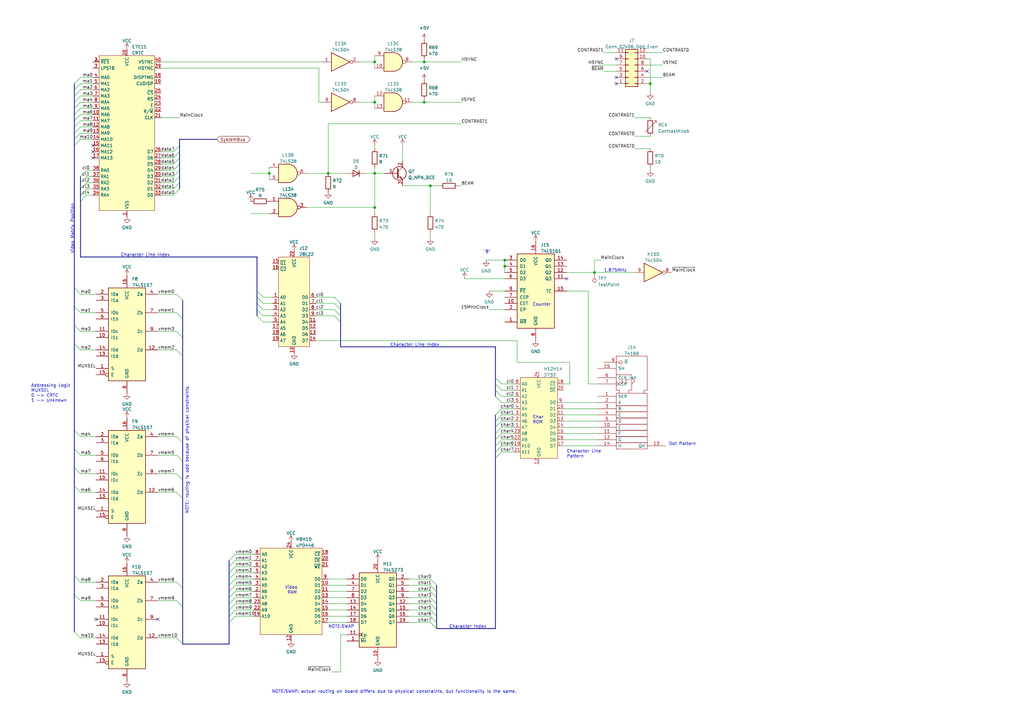
<source format=kicad_sch>
(kicad_sch (version 20211123) (generator eeschema)
  (paper "A3")
  (title_block (title "Video Generation") (date "2022-05-29") (rev "05") (comment 1 "retrofficina.glgprograms.it"))
  (junction (at 153.67 71.12))
  (junction (at 153.67 85.09))
  (junction (at 207.01 109.22))
  (junction (at 153.67 41.91))
  (junction (at 173.99 25.4))
  (junction (at 134.62 71.12))
  (junction (at 243.84 111.76))
  (junction (at 110.49 71.12))
  (junction (at 176.53 76.2))
  (junction (at 173.99 41.91))
  (junction (at 207.01 106.68))
  (junction (at 266.7 34.29))
  (junction (at 153.67 25.4))
  (no_connect (at 252.73 24.13))
  (no_connect (at 252.73 31.75))
  (no_connect (at 252.73 34.29))
  (no_connect (at 265.43 29.21))
  (no_connect (at 38.1 64.77))
  (no_connect (at 232.41 114.3))
  (no_connect (at 38.1 62.23))
  (no_connect (at 38.1 59.69))
  (no_connect (at 64.77 254))
  (no_connect (at 39.37 254))
  (bus_entry (at 93.98 240.03) (size 2.54 -2.54))
  (bus_entry (at 93.98 237.49) (size 2.54 -2.54))
  (bus_entry (at 93.98 242.57) (size 2.54 -2.54))
  (bus_entry (at 93.98 245.11) (size 2.54 -2.54))
  (bus_entry (at 93.98 255.27) (size 2.54 -2.54))
  (bus_entry (at 93.98 250.19) (size 2.54 -2.54))
  (bus_entry (at 93.98 252.73) (size 2.54 -2.54))
  (bus_entry (at 93.98 247.65) (size 2.54 -2.54))
  (bus_entry (at 93.98 232.41) (size 2.54 -2.54))
  (bus_entry (at 93.98 229.87) (size 2.54 -2.54))
  (bus_entry (at 93.98 234.95) (size 2.54 -2.54))
  (bus_entry (at 137.16 121.92) (size 2.54 2.54))
  (bus_entry (at 137.16 124.46) (size 2.54 2.54))
  (bus_entry (at 137.16 127) (size 2.54 2.54))
  (bus_entry (at 137.16 129.54) (size 2.54 2.54))
  (bus_entry (at 30.48 36.83) (size 2.54 -2.54))
  (bus_entry (at 30.48 34.29) (size 2.54 -2.54))
  (bus_entry (at 30.48 39.37) (size 2.54 -2.54))
  (bus_entry (at 33.02 74.93) (size 2.54 -2.54))
  (bus_entry (at 33.02 72.39) (size 2.54 -2.54))
  (bus_entry (at 33.02 80.01) (size 2.54 -2.54))
  (bus_entry (at 33.02 77.47) (size 2.54 -2.54))
  (bus_entry (at 72.39 128.27) (size 2.54 2.54))
  (bus_entry (at 72.39 120.65) (size 2.54 2.54))
  (bus_entry (at 72.39 135.89) (size 2.54 2.54))
  (bus_entry (at 72.39 143.51) (size 2.54 2.54))
  (bus_entry (at 72.39 238.76) (size 2.54 2.54))
  (bus_entry (at 72.39 246.38) (size 2.54 2.54))
  (bus_entry (at 72.39 261.62) (size 2.54 2.54))
  (bus_entry (at 72.39 194.31) (size 2.54 2.54))
  (bus_entry (at 72.39 201.93) (size 2.54 2.54))
  (bus_entry (at 72.39 186.69) (size 2.54 2.54))
  (bus_entry (at 72.39 179.07) (size 2.54 2.54))
  (bus_entry (at 203.2 154.94) (size 2.54 2.54))
  (bus_entry (at 203.2 157.48) (size 2.54 2.54))
  (bus_entry (at 203.2 160.02) (size 2.54 2.54))
  (bus_entry (at 203.2 162.56) (size 2.54 2.54))
  (bus_entry (at 105.41 124.46) (size 2.54 2.54))
  (bus_entry (at 105.41 127) (size 2.54 2.54))
  (bus_entry (at 105.41 119.38) (size 2.54 2.54))
  (bus_entry (at 105.41 121.92) (size 2.54 2.54))
  (bus_entry (at 105.41 129.54) (size 2.54 2.54))
  (bus_entry (at 30.48 54.61) (size 2.54 -2.54))
  (bus_entry (at 30.48 57.15) (size 2.54 -2.54))
  (bus_entry (at 30.48 59.69) (size 2.54 -2.54))
  (bus_entry (at 30.48 52.07) (size 2.54 -2.54))
  (bus_entry (at 30.48 41.91) (size 2.54 -2.54))
  (bus_entry (at 30.48 49.53) (size 2.54 -2.54))
  (bus_entry (at 30.48 46.99) (size 2.54 -2.54))
  (bus_entry (at 30.48 44.45) (size 2.54 -2.54))
  (bus_entry (at 30.48 140.97) (size 2.54 2.54))
  (bus_entry (at 30.48 133.35) (size 2.54 2.54))
  (bus_entry (at 30.48 125.73) (size 2.54 2.54))
  (bus_entry (at 30.48 118.11) (size 2.54 2.54))
  (bus_entry (at 30.48 199.39) (size 2.54 2.54))
  (bus_entry (at 30.48 259.08) (size 2.54 2.54))
  (bus_entry (at 30.48 243.84) (size 2.54 2.54))
  (bus_entry (at 30.48 236.22) (size 2.54 2.54))
  (bus_entry (at 30.48 191.77) (size 2.54 2.54))
  (bus_entry (at 30.48 176.53) (size 2.54 2.54))
  (bus_entry (at 30.48 184.15) (size 2.54 2.54))
  (bus_entry (at 176.53 242.57) (size 2.54 2.54))
  (bus_entry (at 176.53 240.03) (size 2.54 2.54))
  (bus_entry (at 176.53 247.65) (size 2.54 2.54))
  (bus_entry (at 176.53 245.11) (size 2.54 2.54))
  (bus_entry (at 176.53 237.49) (size 2.54 2.54))
  (bus_entry (at 176.53 250.19) (size 2.54 2.54))
  (bus_entry (at 203.2 172.72) (size 2.54 -2.54))
  (bus_entry (at 203.2 170.18) (size 2.54 -2.54))
  (bus_entry (at 203.2 180.34) (size 2.54 -2.54))
  (bus_entry (at 203.2 175.26) (size 2.54 -2.54))
  (bus_entry (at 203.2 177.8) (size 2.54 -2.54))
  (bus_entry (at 203.2 182.88) (size 2.54 -2.54))
  (bus_entry (at 203.2 185.42) (size 2.54 -2.54))
  (bus_entry (at 203.2 187.96) (size 2.54 -2.54))
  (bus_entry (at 176.53 255.27) (size 2.54 2.54))
  (bus_entry (at 176.53 252.73) (size 2.54 2.54))
  (bus_entry (at 71.12 80.01) (size 2.54 -2.54))
  (bus_entry (at 71.12 74.93) (size 2.54 -2.54))
  (bus_entry (at 71.12 77.47) (size 2.54 -2.54))
  (bus_entry (at 71.12 72.39) (size 2.54 -2.54))
  (bus_entry (at 71.12 64.77) (size 2.54 -2.54))
  (bus_entry (at 71.12 62.23) (size 2.54 -2.54))
  (bus_entry (at 71.12 67.31) (size 2.54 -2.54))
  (bus_entry (at 71.12 69.85) (size 2.54 -2.54))
  (bus_entry (at 33.02 82.55) (size 2.54 -2.54))
  (wire (pts (xy 134.62 247.65) (xy 142.24 247.65)))
  (wire (pts (xy 243.84 111.76) (xy 260.35 111.76)))
  (wire (pts (xy 167.64 250.19) (xy 176.53 250.19)))
  (wire (pts (xy 260.35 48.26) (xy 266.7 48.26)))
  (wire (pts (xy 167.64 240.03) (xy 176.53 240.03)))
  (wire (pts (xy 265.43 34.29) (xy 266.7 34.29)))
  (wire (pts (xy 205.74 165.1) (xy 210.82 165.1)))
  (bus (pts (xy 30.48 49.53) (xy 30.48 52.07)))
  (bus (pts (xy 30.48 36.83) (xy 30.48 39.37)))
  (wire (pts (xy 33.02 46.99) (xy 38.1 46.99)))
  (wire (pts (xy 241.3 157.48) (xy 245.11 157.48)))
  (bus (pts (xy 93.98 237.49) (xy 93.98 240.03)))
  (bus (pts (xy 179.07 255.27) (xy 179.07 257.81)))
  (wire (pts (xy 176.53 76.2) (xy 180.34 76.2)))
  (bus (pts (xy 74.93 138.43) (xy 74.93 146.05)))
  (wire (pts (xy 207.01 109.22) (xy 207.01 111.76)))
  (wire (pts (xy 66.04 72.39) (xy 71.12 72.39)))
  (bus (pts (xy 93.98 234.95) (xy 93.98 237.49)))
  (wire (pts (xy 134.62 71.12) (xy 134.62 50.8)))
  (wire (pts (xy 64.77 238.76) (xy 72.39 238.76)))
  (bus (pts (xy 73.66 72.39) (xy 73.66 69.85)))
  (wire (pts (xy 102.87 87.63) (xy 110.49 87.63)))
  (wire (pts (xy 153.67 68.58) (xy 153.67 71.12)))
  (bus (pts (xy 179.07 247.65) (xy 179.07 250.19)))
  (bus (pts (xy 203.2 182.88) (xy 203.2 185.42)))
  (wire (pts (xy 33.02 52.07) (xy 38.1 52.07)))
  (bus (pts (xy 73.66 77.47) (xy 73.66 74.93)))
  (wire (pts (xy 66.04 48.26) (xy 73.66 48.26)))
  (wire (pts (xy 173.99 41.91) (xy 173.99 40.64)))
  (wire (pts (xy 200.66 119.38) (xy 207.01 119.38)))
  (bus (pts (xy 93.98 250.19) (xy 93.98 252.73)))
  (wire (pts (xy 33.02 34.29) (xy 38.1 34.29)))
  (wire (pts (xy 35.56 80.01) (xy 38.1 80.01)))
  (wire (pts (xy 176.53 95.25) (xy 176.53 97.79)))
  (bus (pts (xy 30.48 236.22) (xy 30.48 243.84)))
  (wire (pts (xy 64.77 246.38) (xy 72.39 246.38)))
  (wire (pts (xy 96.52 240.03) (xy 104.14 240.03)))
  (wire (pts (xy 33.02 135.89) (xy 39.37 135.89)))
  (wire (pts (xy 33.02 246.38) (xy 39.37 246.38)))
  (wire (pts (xy 64.77 194.31) (xy 72.39 194.31)))
  (bus (pts (xy 203.2 170.18) (xy 203.2 172.72)))
  (wire (pts (xy 107.95 121.92) (xy 111.76 121.92)))
  (wire (pts (xy 153.67 71.12) (xy 153.67 85.09)))
  (wire (pts (xy 64.77 261.62) (xy 72.39 261.62)))
  (wire (pts (xy 147.32 41.91) (xy 153.67 41.91)))
  (wire (pts (xy 142.24 260.35) (xy 139.7 260.35)))
  (wire (pts (xy 35.56 69.85) (xy 38.1 69.85)))
  (wire (pts (xy 33.02 44.45) (xy 38.1 44.45)))
  (bus (pts (xy 203.2 175.26) (xy 203.2 177.8)))
  (wire (pts (xy 64.77 179.07) (xy 72.39 179.07)))
  (bus (pts (xy 30.48 191.77) (xy 30.48 199.39)))
  (wire (pts (xy 33.02 194.31) (xy 39.37 194.31)))
  (wire (pts (xy 153.67 59.69) (xy 153.67 60.96)))
  (wire (pts (xy 66.04 67.31) (xy 71.12 67.31)))
  (wire (pts (xy 247.65 29.21) (xy 252.73 29.21)))
  (wire (pts (xy 167.64 252.73) (xy 176.53 252.73)))
  (bus (pts (xy 30.48 243.84) (xy 30.48 259.08)))
  (wire (pts (xy 265.43 31.75) (xy 271.78 31.75)))
  (wire (pts (xy 241.3 119.38) (xy 241.3 157.48)))
  (wire (pts (xy 66.04 27.94) (xy 130.81 27.94)))
  (wire (pts (xy 129.54 129.54) (xy 137.16 129.54)))
  (wire (pts (xy 173.99 25.4) (xy 189.23 25.4)))
  (wire (pts (xy 153.67 25.4) (xy 153.67 27.94)))
  (bus (pts (xy 74.93 130.81) (xy 74.93 138.43)))
  (bus (pts (xy 203.2 180.34) (xy 203.2 182.88)))
  (wire (pts (xy 66.04 64.77) (xy 71.12 64.77)))
  (wire (pts (xy 205.74 157.48) (xy 210.82 157.48)))
  (bus (pts (xy 203.2 142.24) (xy 203.2 154.94)))
  (wire (pts (xy 246.38 106.68) (xy 243.84 106.68)))
  (bus (pts (xy 30.48 39.37) (xy 30.48 41.91)))
  (wire (pts (xy 66.04 62.23) (xy 71.12 62.23)))
  (wire (pts (xy 266.7 68.58) (xy 266.7 69.85)))
  (bus (pts (xy 30.48 199.39) (xy 30.48 236.22)))
  (wire (pts (xy 167.64 245.11) (xy 176.53 245.11)))
  (wire (pts (xy 107.95 127) (xy 111.76 127)))
  (wire (pts (xy 107.95 132.08) (xy 111.76 132.08)))
  (wire (pts (xy 66.04 69.85) (xy 71.12 69.85)))
  (wire (pts (xy 205.74 182.88) (xy 210.82 182.88)))
  (bus (pts (xy 203.2 185.42) (xy 203.2 187.96)))
  (bus (pts (xy 93.98 245.11) (xy 93.98 247.65)))
  (bus (pts (xy 105.41 124.46) (xy 105.41 121.92)))
  (bus (pts (xy 30.48 184.15) (xy 30.48 191.77)))
  (wire (pts (xy 134.62 250.19) (xy 142.24 250.19)))
  (wire (pts (xy 153.67 95.25) (xy 153.67 97.79)))
  (bus (pts (xy 105.41 127) (xy 105.41 124.46)))
  (wire (pts (xy 168.91 25.4) (xy 173.99 25.4)))
  (bus (pts (xy 93.98 229.87) (xy 93.98 232.41)))
  (bus (pts (xy 203.2 157.48) (xy 203.2 160.02)))
  (bus (pts (xy 179.07 250.19) (xy 179.07 252.73)))
  (bus (pts (xy 93.98 247.65) (xy 93.98 250.19)))
  (wire (pts (xy 173.99 24.13) (xy 173.99 25.4)))
  (bus (pts (xy 73.66 64.77) (xy 73.66 62.23)))
  (wire (pts (xy 66.04 80.01) (xy 71.12 80.01)))
  (wire (pts (xy 232.41 111.76) (xy 243.84 111.76)))
  (wire (pts (xy 190.5 114.3) (xy 207.01 114.3)))
  (wire (pts (xy 231.14 180.34) (xy 245.11 180.34)))
  (wire (pts (xy 147.32 25.4) (xy 153.67 25.4)))
  (wire (pts (xy 212.09 139.7) (xy 212.09 148.59)))
  (wire (pts (xy 33.02 57.15) (xy 38.1 57.15)))
  (wire (pts (xy 96.52 234.95) (xy 104.14 234.95)))
  (wire (pts (xy 33.02 238.76) (xy 39.37 238.76)))
  (wire (pts (xy 33.02 120.65) (xy 39.37 120.65)))
  (bus (pts (xy 33.02 74.93) (xy 33.02 77.47)))
  (bus (pts (xy 74.93 248.92) (xy 74.93 264.16)))
  (bus (pts (xy 73.66 69.85) (xy 73.66 67.31)))
  (wire (pts (xy 33.02 36.83) (xy 38.1 36.83)))
  (bus (pts (xy 74.93 241.3) (xy 74.93 248.92)))
  (bus (pts (xy 93.98 242.57) (xy 93.98 245.11)))
  (bus (pts (xy 74.93 181.61) (xy 74.93 189.23)))
  (wire (pts (xy 266.7 24.13) (xy 266.7 34.29)))
  (wire (pts (xy 233.68 157.48) (xy 231.14 157.48)))
  (wire (pts (xy 205.74 177.8) (xy 210.82 177.8)))
  (bus (pts (xy 30.48 44.45) (xy 30.48 46.99)))
  (wire (pts (xy 129.54 139.7) (xy 212.09 139.7)))
  (wire (pts (xy 205.74 167.64) (xy 210.82 167.64)))
  (wire (pts (xy 167.64 242.57) (xy 176.53 242.57)))
  (bus (pts (xy 93.98 232.41) (xy 93.98 234.95)))
  (wire (pts (xy 205.74 172.72) (xy 210.82 172.72)))
  (wire (pts (xy 35.56 72.39) (xy 38.1 72.39)))
  (wire (pts (xy 33.02 54.61) (xy 38.1 54.61)))
  (wire (pts (xy 33.02 186.69) (xy 39.37 186.69)))
  (wire (pts (xy 205.74 162.56) (xy 210.82 162.56)))
  (bus (pts (xy 30.48 59.69) (xy 30.48 118.11)))
  (bus (pts (xy 30.48 34.29) (xy 30.48 36.83)))
  (bus (pts (xy 139.7 129.54) (xy 139.7 132.08)))
  (wire (pts (xy 64.77 143.51) (xy 72.39 143.51)))
  (wire (pts (xy 35.56 74.93) (xy 38.1 74.93)))
  (wire (pts (xy 66.04 77.47) (xy 71.12 77.47)))
  (bus (pts (xy 105.41 119.38) (xy 105.41 105.41)))
  (wire (pts (xy 134.62 245.11) (xy 142.24 245.11)))
  (wire (pts (xy 134.62 242.57) (xy 142.24 242.57)))
  (wire (pts (xy 231.14 165.1) (xy 245.11 165.1)))
  (wire (pts (xy 165.1 59.69) (xy 165.1 66.04)))
  (wire (pts (xy 96.52 237.49) (xy 104.14 237.49)))
  (wire (pts (xy 96.52 247.65) (xy 104.14 247.65)))
  (wire (pts (xy 33.02 41.91) (xy 38.1 41.91)))
  (wire (pts (xy 205.74 185.42) (xy 210.82 185.42)))
  (wire (pts (xy 199.39 106.68) (xy 207.01 106.68)))
  (wire (pts (xy 134.62 71.12) (xy 142.24 71.12)))
  (wire (pts (xy 64.77 128.27) (xy 72.39 128.27)))
  (wire (pts (xy 247.65 21.59) (xy 252.73 21.59)))
  (wire (pts (xy 33.02 31.75) (xy 38.1 31.75)))
  (bus (pts (xy 179.07 245.11) (xy 179.07 247.65)))
  (bus (pts (xy 105.41 105.41) (xy 33.02 105.41)))
  (wire (pts (xy 233.68 148.59) (xy 233.68 157.48)))
  (wire (pts (xy 139.7 260.35) (xy 139.7 275.59)))
  (wire (pts (xy 33.02 39.37) (xy 38.1 39.37)))
  (bus (pts (xy 203.2 187.96) (xy 203.2 257.81)))
  (wire (pts (xy 134.62 237.49) (xy 142.24 237.49)))
  (bus (pts (xy 74.93 123.19) (xy 74.93 130.81)))
  (wire (pts (xy 167.64 237.49) (xy 176.53 237.49)))
  (wire (pts (xy 134.62 240.03) (xy 142.24 240.03)))
  (wire (pts (xy 243.84 106.68) (xy 243.84 111.76)))
  (wire (pts (xy 168.91 41.91) (xy 173.99 41.91)))
  (bus (pts (xy 179.07 240.03) (xy 179.07 242.57)))
  (wire (pts (xy 129.54 121.92) (xy 137.16 121.92)))
  (bus (pts (xy 74.93 146.05) (xy 74.93 181.61)))
  (wire (pts (xy 33.02 128.27) (xy 39.37 128.27)))
  (bus (pts (xy 73.66 62.23) (xy 73.66 59.69)))
  (wire (pts (xy 187.96 76.2) (xy 189.23 76.2)))
  (wire (pts (xy 33.02 261.62) (xy 39.37 261.62)))
  (wire (pts (xy 96.52 242.57) (xy 104.14 242.57)))
  (wire (pts (xy 96.52 229.87) (xy 104.14 229.87)))
  (bus (pts (xy 73.66 59.69) (xy 73.66 57.15)))
  (bus (pts (xy 30.48 46.99) (xy 30.48 49.53)))
  (wire (pts (xy 153.67 41.91) (xy 153.67 39.37)))
  (wire (pts (xy 265.43 21.59) (xy 271.78 21.59)))
  (wire (pts (xy 176.53 87.63) (xy 176.53 76.2)))
  (bus (pts (xy 30.48 140.97) (xy 30.48 176.53)))
  (wire (pts (xy 247.65 26.67) (xy 252.73 26.67)))
  (wire (pts (xy 265.43 26.67) (xy 271.78 26.67)))
  (wire (pts (xy 129.54 124.46) (xy 137.16 124.46)))
  (bus (pts (xy 203.2 257.81) (xy 179.07 257.81)))
  (bus (pts (xy 73.66 67.31) (xy 73.66 64.77)))
  (wire (pts (xy 153.67 85.09) (xy 153.67 87.63)))
  (wire (pts (xy 139.7 275.59) (xy 135.89 275.59)))
  (bus (pts (xy 74.93 189.23) (xy 74.93 196.85)))
  (wire (pts (xy 64.77 120.65) (xy 72.39 120.65)))
  (wire (pts (xy 110.49 71.12) (xy 110.49 73.66)))
  (wire (pts (xy 149.86 71.12) (xy 153.67 71.12)))
  (bus (pts (xy 30.48 54.61) (xy 30.48 57.15)))
  (wire (pts (xy 64.77 186.69) (xy 72.39 186.69)))
  (wire (pts (xy 205.74 180.34) (xy 210.82 180.34)))
  (bus (pts (xy 30.48 176.53) (xy 30.48 184.15)))
  (bus (pts (xy 179.07 242.57) (xy 179.07 245.11)))
  (wire (pts (xy 167.64 247.65) (xy 176.53 247.65)))
  (wire (pts (xy 231.14 167.64) (xy 245.11 167.64)))
  (bus (pts (xy 33.02 82.55) (xy 33.02 105.41)))
  (wire (pts (xy 96.52 227.33) (xy 104.14 227.33)))
  (bus (pts (xy 105.41 129.54) (xy 105.41 127)))
  (bus (pts (xy 139.7 124.46) (xy 139.7 127)))
  (wire (pts (xy 64.77 135.89) (xy 72.39 135.89)))
  (wire (pts (xy 102.87 71.12) (xy 110.49 71.12)))
  (wire (pts (xy 107.95 129.54) (xy 111.76 129.54)))
  (bus (pts (xy 30.48 118.11) (xy 30.48 125.73)))
  (wire (pts (xy 167.64 255.27) (xy 176.53 255.27)))
  (wire (pts (xy 231.14 170.18) (xy 245.11 170.18)))
  (wire (pts (xy 33.02 201.93) (xy 39.37 201.93)))
  (wire (pts (xy 130.81 27.94) (xy 130.81 41.91)))
  (wire (pts (xy 231.14 177.8) (xy 245.11 177.8)))
  (bus (pts (xy 33.02 80.01) (xy 33.02 82.55)))
  (wire (pts (xy 232.41 119.38) (xy 241.3 119.38)))
  (wire (pts (xy 200.66 127) (xy 207.01 127)))
  (wire (pts (xy 107.95 124.46) (xy 111.76 124.46)))
  (bus (pts (xy 105.41 121.92) (xy 105.41 119.38)))
  (wire (pts (xy 64.77 201.93) (xy 72.39 201.93)))
  (wire (pts (xy 134.62 255.27) (xy 142.24 255.27)))
  (wire (pts (xy 125.73 71.12) (xy 134.62 71.12)))
  (wire (pts (xy 66.04 74.93) (xy 71.12 74.93)))
  (wire (pts (xy 205.74 175.26) (xy 210.82 175.26)))
  (wire (pts (xy 207.01 106.68) (xy 207.01 109.22)))
  (wire (pts (xy 153.67 25.4) (xy 153.67 22.86)))
  (wire (pts (xy 260.35 60.96) (xy 266.7 60.96)))
  (wire (pts (xy 153.67 41.91) (xy 153.67 44.45)))
  (wire (pts (xy 125.73 85.09) (xy 153.67 85.09)))
  (wire (pts (xy 212.09 148.59) (xy 233.68 148.59)))
  (bus (pts (xy 30.48 52.07) (xy 30.48 54.61)))
  (bus (pts (xy 93.98 252.73) (xy 93.98 255.27)))
  (bus (pts (xy 93.98 255.27) (xy 93.98 264.16)))
  (wire (pts (xy 33.02 143.51) (xy 39.37 143.51)))
  (bus (pts (xy 139.7 142.24) (xy 203.2 142.24)))
  (wire (pts (xy 134.62 252.73) (xy 142.24 252.73)))
  (wire (pts (xy 231.14 182.88) (xy 245.11 182.88)))
  (wire (pts (xy 265.43 24.13) (xy 266.7 24.13)))
  (wire (pts (xy 134.62 50.8) (xy 189.23 50.8)))
  (wire (pts (xy 153.67 71.12) (xy 157.48 71.12)))
  (wire (pts (xy 96.52 250.19) (xy 104.14 250.19)))
  (bus (pts (xy 30.48 125.73) (xy 30.48 133.35)))
  (wire (pts (xy 96.52 232.41) (xy 104.14 232.41)))
  (bus (pts (xy 203.2 160.02) (xy 203.2 162.56)))
  (bus (pts (xy 73.66 57.15) (xy 88.9 57.15)))
  (bus (pts (xy 33.02 77.47) (xy 33.02 80.01)))
  (bus (pts (xy 203.2 177.8) (xy 203.2 180.34)))
  (bus (pts (xy 179.07 252.73) (xy 179.07 255.27)))
  (wire (pts (xy 205.74 160.02) (xy 210.82 160.02)))
  (bus (pts (xy 30.48 133.35) (xy 30.48 140.97)))
  (bus (pts (xy 33.02 72.39) (xy 33.02 74.93)))
  (wire (pts (xy 231.14 172.72) (xy 245.11 172.72)))
  (bus (pts (xy 93.98 240.03) (xy 93.98 242.57)))
  (bus (pts (xy 203.2 172.72) (xy 203.2 175.26)))
  (wire (pts (xy 173.99 41.91) (xy 189.23 41.91)))
  (bus (pts (xy 74.93 264.16) (xy 93.98 264.16)))
  (bus (pts (xy 74.93 204.47) (xy 74.93 241.3)))
  (bus (pts (xy 73.66 74.93) (xy 73.66 72.39)))
  (wire (pts (xy 35.56 77.47) (xy 38.1 77.47)))
  (wire (pts (xy 110.49 68.58) (xy 110.49 71.12)))
  (wire (pts (xy 129.54 127) (xy 137.16 127)))
  (bus (pts (xy 30.48 41.91) (xy 30.48 44.45)))
  (wire (pts (xy 231.14 175.26) (xy 245.11 175.26)))
  (wire (pts (xy 165.1 76.2) (xy 176.53 76.2)))
  (bus (pts (xy 74.93 196.85) (xy 74.93 204.47)))
  (wire (pts (xy 33.02 179.07) (xy 39.37 179.07)))
  (wire (pts (xy 96.52 245.11) (xy 104.14 245.11)))
  (wire (pts (xy 66.04 25.4) (xy 132.08 25.4)))
  (bus (pts (xy 139.7 127) (xy 139.7 129.54)))
  (wire (pts (xy 96.52 252.73) (xy 104.14 252.73)))
  (bus (pts (xy 30.48 57.15) (xy 30.48 59.69)))
  (wire (pts (xy 205.74 170.18) (xy 210.82 170.18)))
  (bus (pts (xy 139.7 132.08) (xy 139.7 142.24)))
  (wire (pts (xy 260.35 55.88) (xy 266.7 55.88)))
  (wire (pts (xy 266.7 34.29) (xy 266.7 38.1)))
  (bus (pts (xy 203.2 154.94) (xy 203.2 157.48)))
  (wire (pts (xy 33.02 49.53) (xy 38.1 49.53)))
  (wire (pts (xy 130.81 41.91) (xy 132.08 41.91)))
  (text "NOTE:SWAP" (at 134.62 257.81 0) (effects (font (size 1.27 1.27)) (justify left bottom)))
  (text "Counter" (at 218.44 125.73 0) (effects (font (size 1.27 1.27)) (justify left bottom)))
  (text "Character Line Index" (at 49.53 105.41 0) (effects (font (size 1.27 1.27)) (justify left bottom)))
  (text "\"8\"" (at 198.12 104.14 0) (effects (font (size 1.27 1.27)) (justify left bottom)))
  (text "Video Matrix Position" (at 30.48 104.14 90) (effects (font (size 1.27 1.27)) (justify left bottom)))
  (text "Character Index" (at 184.15 257.81 0) (effects (font (size 1.27 1.27)) (justify left bottom)))
  (text "Character Line\nPattern" (at 232.41 187.96 0) (effects (font (size 1.27 1.27)) (justify left bottom)))
  (text "Dot Pattern" (at 274.32 182.88 0) (effects (font (size 1.27 1.27)) (justify left bottom)))
  (text "Character Line Index" (at 160.02 142.24 0) (effects (font (size 1.27 1.27)) (justify left bottom)))
  (text "Addressing Logic\nMUXSEL\n0 -> CRTC\n1 -> Unknown" (at 12.7 165.1 0) (effects (font (size 1.27 1.27)) (justify left bottom)))
  (text "Char\nROM" (at 218.44 173.99 0) (effects (font (size 1.27 1.27)) (justify left bottom)))
  (text "1.875MHz" (at 247.65 111.76 0) (effects (font (size 1.27 1.27)) (justify left bottom)))
  (text "NOTE: routing is odd because of physical constraints." (at 77.47 210.82 90) (effects (font (size 1.27 1.27)) (justify left bottom)))
  (text " NOTE:SWAP: actual routing on board differs due to physical constraints, but functionality is the same." (at 110.49 284.48 0) (effects (font (size 1.27 1.27)) (justify left bottom)))
  (text "Video\n RAM" (at 116.84 243.84 0) (effects (font (size 1.27 1.27)) (justify left bottom)))
  (label "data5" (at 66.04 67.31 0))
  (label "ma4" (at 33.02 179.07 0))
  (label "ma3" (at 33.02 135.89 0))
  (label "vmem4" (at 64.77 179.07 0))
  (label "ma1" (at 38.1 34.29 180))
  (label "MUXSEL" (at 39.37 151.13 180))
  (label "cl2" (at 129.54 127 0))
  (label "HSYNC" (at 247.65 26.67 180))
  (label "CONTRAST1" (at 189.23 50.8 0))
  (label "CONTRAST0" (at 271.78 21.59 0))
  (label "char4" (at 171.45 247.65 0))
  (label "CONTRAST0" (at 260.35 60.96 180))
  (label "ma0" (at 38.1 31.75 180))
  (label "vmem10" (at 96.52 252.73 0))
  (label "cl3" (at 210.82 165.1 180))
  (label "data1" (at 66.04 77.47 0))
  (label "MUXSEL" (at 39.37 269.24 180))
  (label "vmem0" (at 64.77 120.65 0))
  (label "~{MainClock}" (at 135.89 275.59 180))
  (label "ma7" (at 33.02 194.31 0))
  (label "vmem10" (at 64.77 261.62 0))
  (label "~{MainClock}" (at 275.59 111.76 0))
  (label "ma0" (at 33.02 120.65 0))
  (label "CONTRAST1" (at 247.65 21.59 180))
  (label "vmem2" (at 96.52 232.41 0))
  (label "ma7" (at 38.1 49.53 180))
  (label "cl4" (at 36.83 80.01 180))
  (label "ma9" (at 38.1 54.61 180))
  (label "ma5" (at 38.1 44.45 180))
  (label "char6" (at 171.45 252.73 0))
  (label "~{BEAM}" (at 247.65 29.21 180))
  (label "vmem1" (at 96.52 229.87 0))
  (label "char3" (at 210.82 175.26 180))
  (label "data6" (at 66.04 64.77 0))
  (label "15MHzClock" (at 200.66 127 180))
  (label "vmem2" (at 64.77 143.51 0))
  (label "vmem5" (at 64.77 186.69 0))
  (label "char7" (at 210.82 185.42 180))
  (label "ma6" (at 38.1 46.99 180))
  (label "data3" (at 66.04 72.39 0))
  (label "data2" (at 66.04 74.93 0))
  (label "ma3" (at 38.1 39.37 180))
  (label "ma8" (at 33.02 238.76 0))
  (label "MainClock" (at 246.38 106.68 0))
  (label "cl3" (at 36.83 77.47 180))
  (label "CONTRAST1" (at 260.35 48.26 180))
  (label "vmem6" (at 96.52 242.57 0))
  (label "vmem8" (at 96.52 247.65 0))
  (label "cl1" (at 210.82 160.02 180))
  (label "MainClock" (at 73.66 48.26 0))
  (label "cl1" (at 129.54 124.46 0))
  (label "vmem7" (at 64.77 194.31 0))
  (label "char5" (at 210.82 180.34 180))
  (label "vmem5" (at 96.52 240.03 0))
  (label "VSYNC" (at 189.0198 41.8925 0))
  (label "vmem8" (at 64.77 238.76 0))
  (label "vmem9" (at 64.77 246.38 0))
  (label "VSYNC" (at 271.78 26.67 0))
  (label "char0" (at 210.82 167.64 180))
  (label "cl3" (at 129.54 129.54 0))
  (label "data4" (at 66.04 69.85 0))
  (label "vmem4" (at 96.52 237.49 0))
  (label "char1" (at 171.45 240.03 0))
  (label "HSYNC" (at 189.23 25.4 0))
  (label "ma6" (at 33.02 201.93 0))
  (label "ma1" (at 33.02 128.27 0))
  (label "cl0" (at 129.54 121.92 0))
  (label "data7" (at 66.04 62.23 0))
  (label "BEAM" (at 189.23 76.2 0))
  (label "ma2" (at 38.1 36.83 180))
  (label "ma2" (at 33.02 143.51 0))
  (label "char5" (at 171.45 250.19 0))
  (label "cl0" (at 36.83 69.85 180))
  (label "ma10" (at 33.02 261.62 0))
  (label "cl0" (at 210.82 157.48 180))
  (label "vmem3" (at 96.52 234.95 0))
  (label "char4" (at 210.82 177.8 180))
  (label "ma9" (at 33.02 246.38 0))
  (label "vmem9" (at 96.52 250.19 0))
  (label "data0" (at 66.04 80.01 0))
  (label "cl2" (at 36.83 74.93 180))
  (label "BEAM" (at 271.78 31.75 0))
  (label "char2" (at 171.45 242.57 0))
  (label "vmem6" (at 64.77 201.93 0))
  (label "char0" (at 171.45 237.49 0))
  (label "char2" (at 210.82 172.72 180))
  (label "ma10" (at 38.1 57.15 180))
  (label "vmem0" (at 96.52 227.33 0))
  (label "char3" (at 171.45 245.11 0))
  (label "char1" (at 210.82 170.18 180))
  (label "ma4" (at 38.1 41.91 180))
  (label "ma5" (at 33.02 186.69 0))
  (label "char6" (at 210.82 182.88 180))
  (label "cl2" (at 210.82 162.56 180))
  (label "vmem3" (at 64.77 135.89 0))
  (label "char7" (at 171.45 255.27 0))
  (label "vmem1" (at 64.77 128.27 0))
  (label "vmem7" (at 96.52 245.11 0))
  (label "MUXSEL" (at 39.37 209.55 180))
  (label "cl1" (at 36.83 72.39 180))
  (label "ma8" (at 38.1 52.07 180))
  (label "CONTRAST0" (at 260.35 55.88 180))
  (global_label "SystemBus" (shape bidirectional) (at 88.9 57.15 0) (property "Riferimenti inter-foglio" "${INTERSHEET_REFS}" (effects hide)))
  (symbol (lib_id "power:GND") (at 119.38 262.89 0) (unit 1)
    (property "Reference" "#PWR?" (effects hide))
    (property "Value" "GND" (at 119.38 267.3334 0))
  )
  (symbol (lib_id "74xx:74LS04") (at 267.97 111.76 0) (unit 4)
    (property "Reference" "K15" (at 267.97 104.2502 0))
    (property "Value" "74LS04" (at 267.97 106.7871 0))
    (property "Datasheet" "http://www.ti.com/lit/gpn/sn74LS04" (effects hide))
  )
  (symbol (lib_id "Device:R") (at 176.53 91.44 0) (unit 1)
    (property "Reference" "R74" (at 178.308 90.6053 0) (effects (justify left)))
    (property "Value" "470" (at 178.308 93.1422 0) (effects (justify left)))
  )
  (symbol (lib_id "power:GND") (at 120.65 144.78 0) (unit 1)
    (property "Reference" "#PWR?" (effects hide))
    (property "Value" "GND" (at 120.65 149.2234 0))
  )
  (symbol (lib_id "power:VCC") (at 52.07 171.45 0) (unit 1)
    (property "Reference" "#PWR?" (effects hide))
    (property "Value" "VCC" (at 52.07 167.8742 0))
  )
  (symbol (lib_id "ceda:28L22") (at 120.65 116.84 0) (unit 1)
    (property "Reference" "J12" (at 122.6694 101.761 0) (effects (justify left)))
    (property "Value" "28L22" (at 122.6694 104.2979 0) (effects (justify left)))
  )
  (symbol (lib_id "power:GND") (at 266.7 38.1 0) (unit 1)
    (property "Reference" "#PWR?" (effects hide))
    (property "Value" "GND" (at 266.7 42.5434 0))
  )
  (symbol (lib_id "Connector:TestPoint") (at 243.84 111.76 180) (unit 1)
    (property "Reference" "TP?" (at 245.237 114.2273 0) (effects (justify right)))
    (property "Value" "TestPoint" (at 245.237 116.7642 0) (effects (justify right)))
  )
  (symbol (lib_id "Device:R") (at 153.67 64.77 0) (unit 1)
    (property "Reference" "R71" (at 155.448 63.9353 0) (effects (justify left)))
    (property "Value" "R" (at 155.448 66.4722 0) (effects (justify left)))
  )
  (symbol (lib_id "74xx:74LS04") (at 139.7 41.91 0) (unit 4)
    (property "Reference" "E13" (at 139.7 34.4002 0))
    (property "Value" "74LS04" (at 139.7 36.9371 0))
    (property "Datasheet" "http://www.ti.com/lit/gpn/sn74LS04" (effects hide))
  )
  (symbol (lib_id "Device:R") (at 173.99 36.83 0) (unit 1)
    (property "Reference" "R68" (at 175.768 35.9953 0) (effects (justify left)))
    (property "Value" "470" (at 175.768 38.5322 0) (effects (justify left)))
  )
  (symbol (lib_id "74xx:74LS38") (at 161.29 41.91 0) (unit 4)
    (property "Reference" "L13" (at 161.29 34.4002 0))
    (property "Value" "74LS38" (at 161.29 36.9371 0))
    (property "Datasheet" "http://www.ti.com/lit/gpn/sn74LS38" (effects hide))
    (property "Datasheet" "http://www.ti.com/lit/gpn/sn74LS38" (effects hide))
  )
  (symbol (lib_id "power:VCC") (at 119.38 222.25 0) (unit 1)
    (property "Reference" "#PWR?" (effects hide))
    (property "Value" "VCC" (at 119.38 218.6742 0))
  )
  (symbol (lib_id "power:VCC") (at 102.87 82.55 0) (unit 1)
    (property "Reference" "#PWR?" (effects hide))
    (property "Value" "VCC" (at 102.87 78.9742 0))
  )
  (symbol (lib_id "74xx_IEEE:74166") (at 259.08 162.56 0) (unit 1)
    (property "Reference" "J14" (at 259.08 142.4772 0))
    (property "Value" "74166" (at 259.08 145.0141 0))
  )
  (symbol (lib_id "74xx:74LS38") (at 161.29 25.4 0) (unit 3)
    (property "Reference" "L13" (at 161.29 17.8902 0))
    (property "Value" "74LS38" (at 161.29 20.4271 0))
    (property "Datasheet" "http://www.ti.com/lit/gpn/sn74LS38" (effects hide))
    (property "Datasheet" "http://www.ti.com/lit/gpn/sn74LS38" (effects hide))
  )
  (symbol (lib_id "power:+5V") (at 173.99 33.02 0) (unit 1)
    (property "Reference" "#PWR?" (effects hide))
    (property "Value" "+5V" (at 173.99 27.94 0))
  )
  (symbol (lib_id "power:VCC") (at 190.5 114.3 0) (unit 1)
    (property "Reference" "#PWR?" (effects hide))
    (property "Value" "VCC" (at 190.5 110.7242 0))
  )
  (symbol (lib_id "ceda:uPD446") (at 119.38 224.79 0) (unit 1)
    (property "Reference" "H8H10" (at 121.3994 221.141 0) (effects (justify left)))
    (property "Value" "uPD446" (at 121.3994 223.6779 0) (effects (justify left)))
  )
  (symbol (lib_id "ceda:CRTC") (at 52.07 31.75 0) (unit 1)
    (property "Reference" "E7E11" (at 54.0894 19.211 0) (effects (justify left)))
    (property "Value" "CRTC" (at 54.0894 21.7479 0) (effects (justify left)))
  )
  (symbol (lib_id "74xx:74LS273") (at 154.94 250.19 0) (unit 1)
    (property "Reference" "H11" (at 156.9594 231.2502 0) (effects (justify left)))
    (property "Value" "74LS273" (at 156.9594 233.7871 0) (effects (justify left)))
    (property "Datasheet" "http://www.ti.com/lit/gpn/sn74LS273" (effects hide))
  )
  (symbol (lib_id "power:VCC") (at 52.07 20.32 0) (unit 1)
    (property "Reference" "#PWR?" (effects hide))
    (property "Value" "VCC" (at 52.07 16.7442 0))
  )
  (symbol (lib_id "ceda:2732") (at 220.98 173.99 0) (unit 1)
    (property "Reference" "H12H14" (at 222.9994 151.291 0) (effects (justify left)))
    (property "Value" "2732" (at 222.9994 153.8279 0) (effects (justify left)))
  )
  (symbol (lib_id "power:GND") (at 153.67 97.79 0) (unit 1)
    (property "Reference" "#PWR?" (effects hide))
    (property "Value" "GND" (at 153.67 102.2334 0))
  )
  (symbol (lib_id "power:VCC") (at 120.65 102.87 0) (unit 1)
    (property "Reference" "#PWR?" (effects hide))
    (property "Value" "VCC" (at 120.65 99.2942 0))
  )
  (symbol (lib_id "Device:R_Variable") (at 266.7 52.07 0) (unit 1)
    (property "Reference" "RCK" (at 269.875 51.2353 0) (effects (justify left)))
    (property "Value" "ContrastKnob" (at 269.875 53.7722 0) (effects (justify left)))
  )
  (symbol (lib_id "power:GND") (at 266.7 69.85 0) (unit 1)
    (property "Reference" "#PWR?" (effects hide))
    (property "Value" "GND" (at 266.7 74.2934 0))
  )
  (symbol (lib_id "74xx:74LS157") (at 52.07 194.31 0) (unit 1)
    (property "Reference" "F9" (at 54.0894 172.8302 0) (effects (justify left)))
    (property "Value" "74LS157" (at 54.0894 175.3671 0) (effects (justify left)))
    (property "Datasheet" "http://www.ti.com/lit/gpn/sn74LS157" (effects hide))
  )
  (symbol (lib_id "power:GND") (at 154.94 270.51 0) (unit 1)
    (property "Reference" "#PWR?" (effects hide))
    (property "Value" "GND" (at 154.94 274.9534 0))
  )
  (symbol (lib_id "74xx:74LS161") (at 219.71 119.38 0) (unit 1)
    (property "Reference" "J15" (at 221.7294 100.4402 0) (effects (justify left)))
    (property "Value" "74LS161" (at 221.7294 102.9771 0) (effects (justify left)))
    (property "Datasheet" "http://www.ti.com/lit/gpn/sn74LS161" (effects hide))
  )
  (symbol (lib_id "74xx:74LS04") (at 139.7 25.4 0) (unit 1)
    (property "Reference" "E13" (at 139.7 17.8902 0))
    (property "Value" "74LS04" (at 139.7 20.4271 0))
    (property "Datasheet" "http://www.ti.com/lit/gpn/sn74LS04" (effects hide))
  )
  (symbol (lib_id "Device:Q_NPN_BCE") (at 162.56 71.12 0) (unit 1)
    (property "Reference" "Q?" (at 167.4114 70.2853 0) (effects (justify left)))
    (property "Value" "Q_NPN_BCE" (at 167.4114 72.8222 0) (effects (justify left)))
  )
  (symbol (lib_id "power:GND") (at 134.62 78.74 0) (unit 1)
    (property "Reference" "#PWR?" (effects hide))
    (property "Value" "GND" (at 134.62 83.1834 0))
  )
  (symbol (lib_id "74xx:74LS38") (at 118.11 85.09 0) (unit 1)
    (property "Reference" "L13" (at 118.11 77.5802 0))
    (property "Value" "74LS38" (at 118.11 80.1171 0))
    (property "Datasheet" "http://www.ti.com/lit/gpn/sn74LS38" (effects hide))
  )
  (symbol (lib_id "Device:R") (at 153.67 91.44 0) (unit 1)
    (property "Reference" "R73" (at 155.448 90.6053 0) (effects (justify left)))
    (property "Value" "470" (at 155.448 93.1422 0) (effects (justify left)))
  )
  (symbol (lib_id "power:VCC") (at 153.67 59.69 0) (unit 1)
    (property "Reference" "#PWR?" (effects hide))
    (property "Value" "VCC" (at 153.67 56.1142 0))
  )
  (symbol (lib_id "power:VCC") (at 219.71 99.06 0) (unit 1)
    (property "Reference" "#PWR?" (effects hide))
    (property "Value" "VCC" (at 219.71 95.4842 0))
  )
  (symbol (lib_id "power:VCC") (at 165.1 59.69 0) (unit 1)
    (property "Reference" "#PWR?" (effects hide))
    (property "Value" "VCC" (at 165.1 56.1142 0))
  )
  (symbol (lib_id "power:GND") (at 52.07 279.4 0) (unit 1)
    (property "Reference" "#PWR?" (effects hide))
    (property "Value" "GND" (at 52.07 283.8434 0))
  )
  (symbol (lib_id "Device:R") (at 266.7 64.77 0) (unit 1)
    (property "Reference" "R70" (at 268.478 63.9353 0) (effects (justify left)))
    (property "Value" "10" (at 268.478 66.4722 0) (effects (justify left)))
  )
  (symbol (lib_id "Device:R") (at 134.62 74.93 0) (unit 1)
    (property "Reference" "R72" (at 136.398 74.0953 0) (effects (justify left)))
    (property "Value" "R" (at 136.398 76.6322 0) (effects (justify left)))
  )
  (symbol (lib_id "74xx:74LS38") (at 118.11 71.12 0) (unit 2)
    (property "Reference" "L13" (at 118.11 63.6102 0))
    (property "Value" "74LS38" (at 118.11 66.1471 0))
    (property "Datasheet" "http://www.ti.com/lit/gpn/sn74LS38" (effects hide))
  )
  (symbol (lib_id "Device:R") (at 106.68 82.55 90) (unit 1)
    (property "Reference" "R75" (at 106.68 77.8342 90))
    (property "Value" "R" (at 106.68 80.3711 90))
  )
  (symbol (lib_id "74xx:74LS157") (at 52.07 254 0) (unit 1)
    (property "Reference" "F10" (at 54.0894 232.5202 0) (effects (justify left)))
    (property "Value" "74LS157" (at 54.0894 235.0571 0) (effects (justify left)))
    (property "Datasheet" "http://www.ti.com/lit/gpn/sn74LS157" (effects hide))
  )
  (symbol (lib_id "power:GND") (at 219.71 139.7 0) (unit 1)
    (property "Reference" "#PWR?" (effects hide))
    (property "Value" "GND" (at 219.71 144.1434 0))
  )
  (symbol (lib_id "power:VCC") (at 154.94 229.87 0) (unit 1)
    (property "Reference" "#PWR?" (effects hide))
    (property "Value" "VCC" (at 154.94 226.2942 0))
  )
  (symbol (lib_id "power:GND") (at 200.66 119.38 0) (unit 1)
    (property "Reference" "#PWR?" (effects hide))
    (property "Value" "GND" (at 200.66 123.8234 0))
  )
  (symbol (lib_id "power:+5V") (at 173.99 16.51 0) (unit 1)
    (property "Reference" "#PWR?" (effects hide))
    (property "Value" "+5V" (at 173.99 11.43 0))
  )
  (symbol (lib_id "74xx:74LS157") (at 52.07 135.89 0) (unit 1)
    (property "Reference" "F8" (at 54.0894 114.4102 0) (effects (justify left)))
    (property "Value" "74LS157" (at 54.0894 116.9471 0) (effects (justify left)))
    (property "Datasheet" "http://www.ti.com/lit/gpn/sn74LS157" (effects hide))
  )
  (symbol (lib_id "power:GND") (at 52.07 88.9 0) (unit 1)
    (property "Reference" "#PWR?" (effects hide))
    (property "Value" "GND" (at 52.07 93.3434 0))
  )
  (symbol (lib_id "power:GND") (at 52.07 161.29 0) (unit 1)
    (property "Reference" "#PWR?" (effects hide))
    (property "Value" "GND" (at 52.07 165.7334 0))
  )
  (symbol (lib_id "Connector_Generic:Conn_02x06_Odd_Even") (at 257.81 29.21 0) (mirror x) (unit 1)
    (property "Reference" "J?" (at 259.08 16.6202 0))
    (property "Value" "Conn_02x06_Odd_Even" (at 259.08 19.1571 0))
  )
  (symbol (lib_id "power:VCC") (at 52.07 113.03 0) (unit 1)
    (property "Reference" "#PWR?" (effects hide))
    (property "Value" "VCC" (at 52.07 109.4542 0))
  )
  (symbol (lib_id "Device:R") (at 184.15 76.2 90) (unit 1)
    (property "Reference" "R76" (at 184.15 71.4842 90))
    (property "Value" "10" (at 184.15 74.0211 90))
  )
  (symbol (lib_id "power:GND") (at 176.53 97.79 0) (unit 1)
    (property "Reference" "#PWR?" (effects hide))
    (property "Value" "GND" (at 176.53 102.2334 0))
  )
  (symbol (lib_id "power:GND") (at 199.39 106.68 0) (unit 1)
    (property "Reference" "#PWR?" (effects hide))
    (property "Value" "GND" (at 199.39 111.1234 0))
  )
  (symbol (lib_id "power:GND") (at 52.07 219.71 0) (unit 1)
    (property "Reference" "#PWR?" (effects hide))
    (property "Value" "GND" (at 52.07 224.1534 0))
  )
  (symbol (lib_id "Device:R") (at 173.99 20.32 0) (unit 1)
    (property "Reference" "R69" (at 175.768 19.4853 0) (effects (justify left)))
    (property "Value" "470" (at 175.768 22.0222 0) (effects (justify left)))
  )
  (symbol (lib_id "power:VCC") (at 52.07 231.14 0) (unit 1)
    (property "Reference" "#PWR?" (effects hide))
    (property "Value" "VCC" (at 52.07 227.5642 0))
  )
  (symbol (lib_id "Device:D") (at 146.05 71.12 180) (unit 1)
    (property "Reference" "D5" (at 146.05 66.1502 0))
    (property "Value" "D" (at 146.05 68.6871 0))
  )
)
</source>
